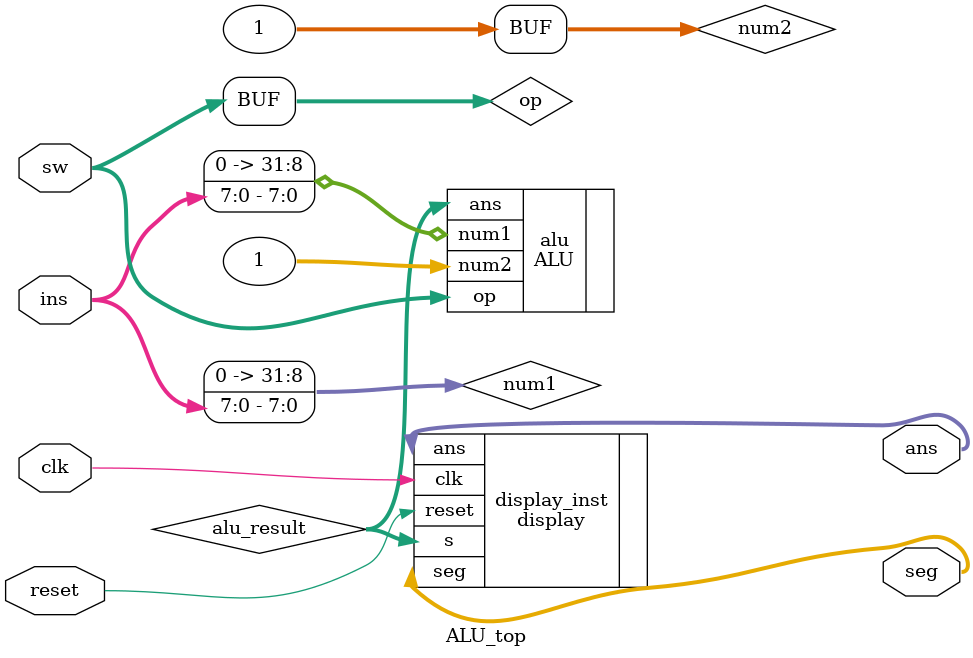
<source format=v>
`timescale 1ns / 1ps


module ALU_top(
    input [15:13] sw,
    input [7:0] ins,
    input clk,
    input reset,
    output [6:0] seg,
    output [7:0] ans
    );
    
wire [31:0] num2 = 32'h01;
wire [31:0] num1 = {24'b0, ins[7:0]};
wire [2:0] op = sw[15:13];
wire [31:0] alu_result;

ALU alu(
    .num1(num1),
    .num2(num2),
    .op(op),
    .ans(alu_result)
);

display display_inst(
    .clk(clk),
    .reset(reset),
    .s(alu_result),
    .seg(seg),
    .ans(ans)
);
endmodule

</source>
